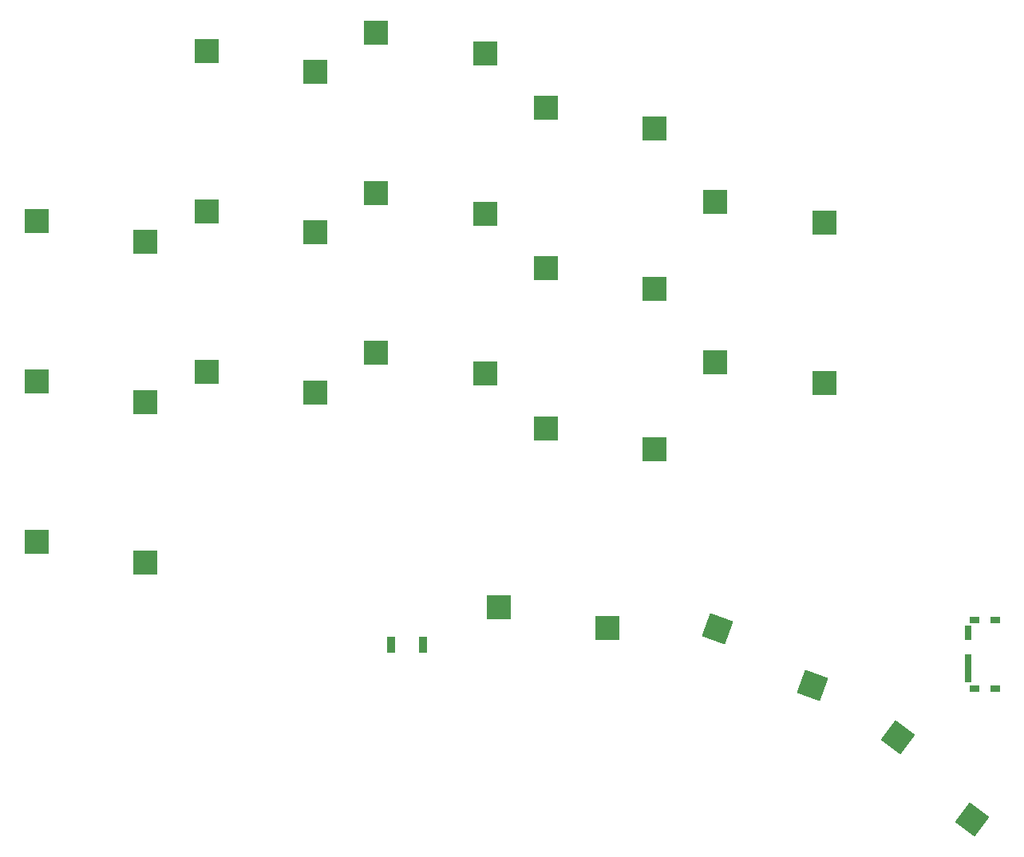
<source format=gbr>
%TF.GenerationSoftware,KiCad,Pcbnew,6.0.5-2.fc36*%
%TF.CreationDate,2022-05-30T19:14:04+02:00*%
%TF.ProjectId,main,6d61696e-2e6b-4696-9361-645f70636258,v1.0.0*%
%TF.SameCoordinates,Original*%
%TF.FileFunction,Paste,Bot*%
%TF.FilePolarity,Positive*%
%FSLAX46Y46*%
G04 Gerber Fmt 4.6, Leading zero omitted, Abs format (unit mm)*
G04 Created by KiCad (PCBNEW 6.0.5-2.fc36) date 2022-05-30 19:14:04*
%MOMM*%
%LPD*%
G01*
G04 APERTURE LIST*
G04 Aperture macros list*
%AMRotRect*
0 Rectangle, with rotation*
0 The origin of the aperture is its center*
0 $1 length*
0 $2 width*
0 $3 Rotation angle, in degrees counterclockwise*
0 Add horizontal line*
21,1,$1,$2,0,0,$3*%
G04 Aperture macros list end*
%ADD10R,2.600000X2.600000*%
%ADD11RotRect,2.600000X2.600000X340.000000*%
%ADD12RotRect,2.600000X2.600000X323.000000*%
%ADD13R,0.700000X1.500000*%
%ADD14R,1.000000X0.800000*%
%ADD15R,0.900000X1.700000*%
G04 APERTURE END LIST*
D10*
%TO.C,S1*%
X-3275000Y5950000D03*
X8275000Y3750000D03*
%TD*%
%TO.C,S3*%
X-3275000Y22950000D03*
X8275000Y20750000D03*
%TD*%
%TO.C,S5*%
X-3275000Y39950000D03*
X8275000Y37750000D03*
%TD*%
%TO.C,S7*%
X14725000Y23950000D03*
X26275000Y21750000D03*
%TD*%
%TO.C,S9*%
X14725000Y40950000D03*
X26275000Y38750000D03*
%TD*%
%TO.C,S11*%
X14725000Y57950000D03*
X26275000Y55750000D03*
%TD*%
%TO.C,S13*%
X32725000Y25950000D03*
X44275000Y23750000D03*
%TD*%
%TO.C,S15*%
X32725000Y42950000D03*
X44275000Y40750000D03*
%TD*%
%TO.C,S17*%
X32725000Y59950000D03*
X44275000Y57750000D03*
%TD*%
%TO.C,S19*%
X50725000Y17950000D03*
X62275000Y15750000D03*
%TD*%
%TO.C,S21*%
X50725000Y34950000D03*
X62275000Y32750000D03*
%TD*%
%TO.C,S23*%
X50725000Y51950000D03*
X62275000Y49750000D03*
%TD*%
%TO.C,S25*%
X68725000Y24950000D03*
X80275000Y22750000D03*
%TD*%
%TO.C,S27*%
X68725000Y41950000D03*
X80275000Y39750000D03*
%TD*%
%TO.C,S29*%
X45725000Y-1050000D03*
X57275000Y-3250000D03*
%TD*%
D11*
%TO.C,S31*%
X68957527Y-3288713D03*
X79058532Y-9306369D03*
%TD*%
D12*
%TO.C,S33*%
X88049020Y-14816041D03*
X95949267Y-23524002D03*
%TD*%
D13*
%TO.C,*%
X95570000Y-3750000D03*
X95570000Y-6750000D03*
X95570000Y-8250000D03*
D14*
X98430000Y-2350000D03*
X98430000Y-9650000D03*
X96220000Y-9650000D03*
X96220000Y-2350000D03*
%TD*%
D15*
%TO.C,*%
X34300000Y-5000000D03*
X37700000Y-5000000D03*
%TD*%
M02*

</source>
